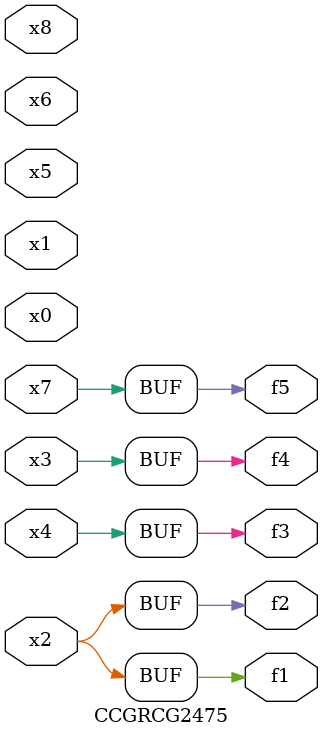
<source format=v>
module CCGRCG2475(
	input x0, x1, x2, x3, x4, x5, x6, x7, x8,
	output f1, f2, f3, f4, f5
);
	assign f1 = x2;
	assign f2 = x2;
	assign f3 = x4;
	assign f4 = x3;
	assign f5 = x7;
endmodule

</source>
